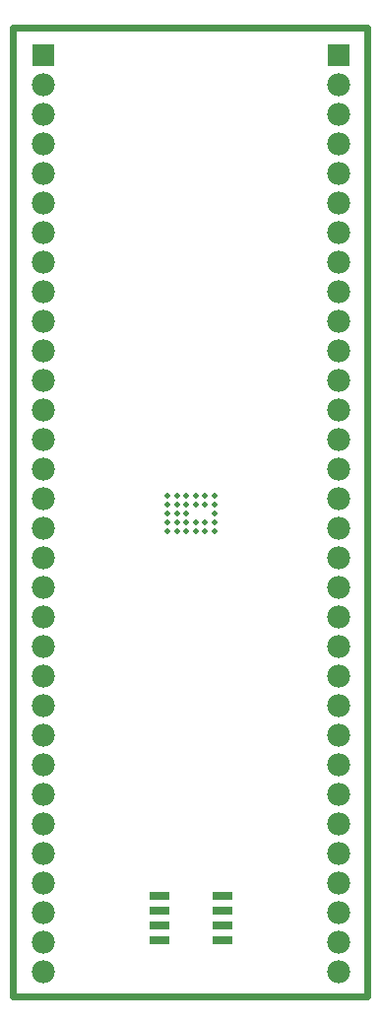
<source format=gts>
G75*
G70*
%OFA0B0*%
%FSLAX24Y24*%
%IPPOS*%
%LPD*%
%AMOC8*
5,1,8,0,0,1.08239X$1,22.5*
%
%ADD10C,0.0240*%
%ADD11R,0.0780X0.0780*%
%ADD12C,0.0780*%
%ADD13C,0.0190*%
%ADD14R,0.0650X0.0276*%
D10*
X000284Y000380D02*
X000284Y033135D01*
X012292Y033135D01*
X012292Y000380D01*
X000284Y000380D01*
D11*
X001316Y032202D03*
X011316Y032202D03*
D12*
X011316Y031202D03*
X011316Y030202D03*
X011316Y029202D03*
X011316Y028202D03*
X011316Y027202D03*
X011316Y026202D03*
X011316Y025202D03*
X011316Y024202D03*
X011316Y023202D03*
X011316Y022202D03*
X011316Y021202D03*
X011316Y020202D03*
X011316Y019202D03*
X011316Y018202D03*
X011316Y017202D03*
X011316Y016202D03*
X011316Y015202D03*
X011316Y014202D03*
X011316Y013202D03*
X011316Y012202D03*
X011316Y011202D03*
X011316Y010202D03*
X011316Y009202D03*
X011316Y008202D03*
X011316Y007202D03*
X011316Y006202D03*
X011316Y005202D03*
X011316Y004202D03*
X011316Y003202D03*
X011316Y002202D03*
X011316Y001202D03*
X001316Y001202D03*
X001316Y002202D03*
X001316Y003202D03*
X001316Y004202D03*
X001316Y005202D03*
X001316Y006202D03*
X001316Y007202D03*
X001316Y008202D03*
X001316Y009202D03*
X001316Y010202D03*
X001316Y011202D03*
X001316Y012202D03*
X001316Y013202D03*
X001316Y014202D03*
X001316Y015202D03*
X001316Y016202D03*
X001316Y017202D03*
X001316Y018202D03*
X001316Y019202D03*
X001316Y020202D03*
X001316Y021202D03*
X001316Y022202D03*
X001316Y023202D03*
X001316Y024202D03*
X001316Y025202D03*
X001316Y026202D03*
X001316Y027202D03*
X001316Y028202D03*
X001316Y029202D03*
X001316Y030202D03*
X001316Y031202D03*
D13*
X005535Y017286D03*
X005535Y016991D03*
X005535Y016695D03*
X005535Y016400D03*
X005535Y016105D03*
X005850Y016105D03*
X005850Y016400D03*
X005850Y016695D03*
X005850Y016991D03*
X005850Y017286D03*
X006165Y017286D03*
X006165Y016991D03*
X006165Y016695D03*
X006165Y016400D03*
X006165Y016105D03*
X006480Y016105D03*
X006480Y016400D03*
X006480Y016991D03*
X006480Y017286D03*
X006795Y017286D03*
X006795Y016991D03*
X006795Y016400D03*
X006795Y016105D03*
X007110Y016105D03*
X007110Y016400D03*
X007110Y016695D03*
X007110Y016991D03*
X007110Y017286D03*
D14*
X007378Y003767D03*
X007378Y003267D03*
X007378Y002767D03*
X007378Y002267D03*
X005252Y002267D03*
X005252Y002767D03*
X005252Y003267D03*
X005252Y003767D03*
M02*

</source>
